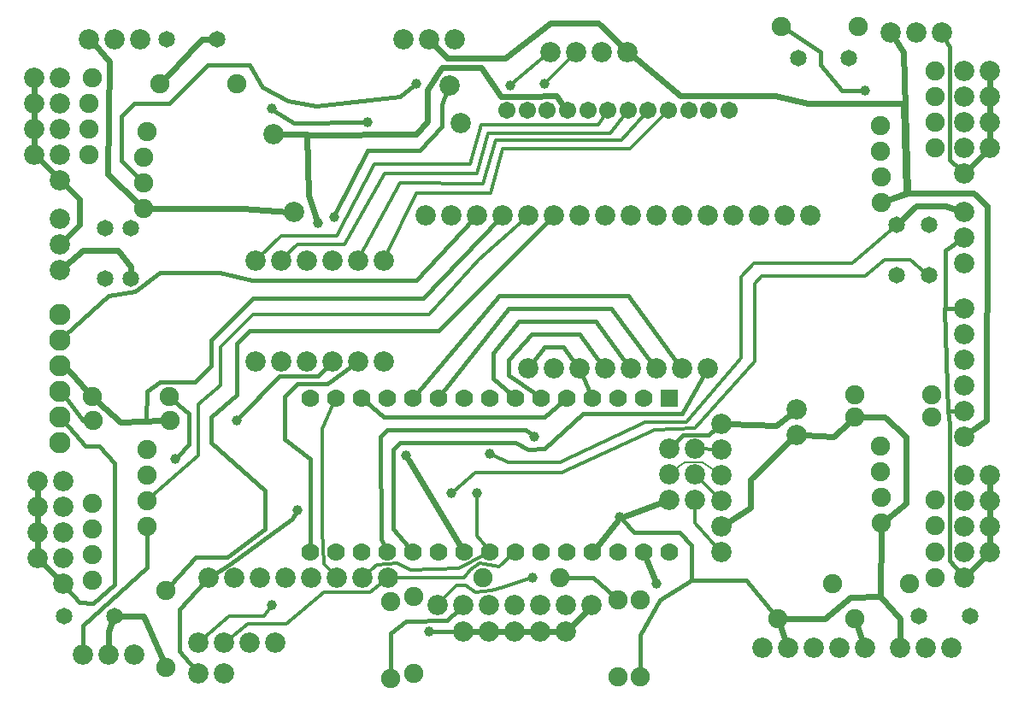
<source format=gtl>
G04 MADE WITH FRITZING*
G04 WWW.FRITZING.ORG*
G04 DOUBLE SIDED*
G04 HOLES PLATED*
G04 CONTOUR ON CENTER OF CONTOUR VECTOR*
%ASAXBY*%
%FSLAX23Y23*%
%MOIN*%
%OFA0B0*%
%SFA1.0B1.0*%
%ADD10C,0.039370*%
%ADD11C,0.079370*%
%ADD12C,0.075000*%
%ADD13C,0.065000*%
%ADD14C,0.067559*%
%ADD15C,0.070000*%
%ADD16C,0.083307*%
%ADD17R,0.070000X0.069972*%
%ADD18C,0.024000*%
%ADD19C,0.016000*%
%ADD20C,0.012000*%
%ADD21C,0.008000*%
%LNCOPPER1*%
G90*
G70*
G54D10*
X1018Y2271D03*
X1631Y232D03*
X1948Y2364D03*
X2081Y2369D03*
X1260Y1849D03*
X1198Y1825D03*
X880Y1056D03*
X643Y907D03*
X3331Y2344D03*
X1393Y2219D03*
X1581Y2369D03*
X2376Y678D03*
X1118Y707D03*
X2518Y419D03*
X1818Y771D03*
X2035Y442D03*
X1543Y919D03*
X2043Y994D03*
G54D11*
X3818Y844D03*
X3818Y744D03*
X3818Y644D03*
X3818Y544D03*
X3718Y1494D03*
X3718Y1394D03*
X3718Y1294D03*
X3718Y1194D03*
X3718Y1094D03*
X3718Y994D03*
X3718Y844D03*
X3718Y744D03*
X3718Y644D03*
X3718Y544D03*
X3718Y444D03*
G54D12*
X581Y2369D03*
X881Y2369D03*
X3306Y2594D03*
X3006Y2594D03*
X606Y94D03*
X606Y394D03*
X3506Y419D03*
X3206Y419D03*
G54D13*
X3581Y1819D03*
X3581Y1622D03*
X3581Y1819D03*
X3581Y1622D03*
X3456Y1819D03*
X3456Y1622D03*
X3456Y1819D03*
X3456Y1622D03*
X468Y1807D03*
X468Y1610D03*
X468Y1807D03*
X468Y1610D03*
X368Y1807D03*
X368Y1610D03*
X368Y1807D03*
X368Y1610D03*
G54D12*
X3293Y282D03*
X2993Y282D03*
X2456Y357D03*
X2456Y57D03*
X2368Y357D03*
X2368Y57D03*
X3606Y444D03*
X3394Y656D03*
X318Y432D03*
X530Y644D03*
X3606Y2119D03*
X3394Y1907D03*
X306Y2094D03*
X518Y1882D03*
X1843Y442D03*
X2143Y442D03*
X3606Y544D03*
X3394Y756D03*
X318Y532D03*
X530Y744D03*
X3606Y2219D03*
X3394Y2007D03*
X306Y2194D03*
X518Y1982D03*
X3293Y1157D03*
X3593Y1157D03*
X3593Y1069D03*
X3293Y1069D03*
X621Y1056D03*
X321Y1056D03*
X317Y1149D03*
X617Y1149D03*
X1483Y349D03*
X1483Y49D03*
X1570Y368D03*
X1570Y68D03*
X3393Y957D03*
X3605Y745D03*
X3393Y857D03*
X3605Y645D03*
X531Y844D03*
X319Y632D03*
X531Y944D03*
X319Y732D03*
X3393Y2107D03*
X3605Y2319D03*
X3393Y2207D03*
X3605Y2419D03*
X531Y2182D03*
X319Y2394D03*
X518Y2082D03*
X306Y2294D03*
G54D13*
X806Y2544D03*
X609Y2544D03*
X806Y2544D03*
X609Y2544D03*
X3268Y2469D03*
X3071Y2469D03*
X3268Y2469D03*
X3071Y2469D03*
X406Y294D03*
X209Y294D03*
X406Y294D03*
X209Y294D03*
X3543Y294D03*
X3740Y294D03*
X3543Y294D03*
X3740Y294D03*
G54D14*
X1935Y2265D03*
X2014Y2265D03*
X2092Y2265D03*
X2171Y2265D03*
X2250Y2265D03*
X2329Y2265D03*
X2407Y2265D03*
X2486Y2265D03*
X2565Y2265D03*
X2644Y2265D03*
X2722Y2265D03*
X2801Y2265D03*
G54D15*
X2568Y1144D03*
X2468Y1144D03*
X2368Y1144D03*
X2268Y1144D03*
X2168Y1144D03*
X2068Y1144D03*
X1968Y1144D03*
X1868Y1144D03*
X1768Y1144D03*
X1668Y1144D03*
X1568Y1144D03*
X1468Y1144D03*
X1368Y1144D03*
X1268Y1144D03*
X1168Y1144D03*
X2568Y544D03*
X2468Y544D03*
X2368Y544D03*
X2268Y544D03*
X2168Y544D03*
X2068Y544D03*
X1968Y544D03*
X1868Y544D03*
X1768Y544D03*
X1668Y544D03*
X1568Y544D03*
X1468Y544D03*
X1368Y544D03*
X1268Y544D03*
X1168Y544D03*
G54D11*
X3431Y2569D03*
X3531Y2569D03*
X3631Y2569D03*
X3718Y2419D03*
X3718Y2319D03*
X3718Y2219D03*
X3718Y2119D03*
X3718Y2019D03*
X3818Y2419D03*
X3818Y2319D03*
X3818Y2219D03*
X3818Y2119D03*
X3718Y1869D03*
X3718Y1769D03*
X3718Y1669D03*
X3468Y169D03*
X3568Y169D03*
X3668Y169D03*
X2931Y169D03*
X3031Y169D03*
X3131Y169D03*
X3231Y169D03*
X3331Y169D03*
X1766Y231D03*
X1866Y231D03*
X1966Y231D03*
X2066Y231D03*
X2166Y231D03*
X1665Y337D03*
X1765Y337D03*
X1865Y337D03*
X1965Y337D03*
X2065Y337D03*
X2165Y337D03*
X2265Y337D03*
X733Y188D03*
X833Y188D03*
X933Y188D03*
X1033Y188D03*
X733Y70D03*
X833Y70D03*
X281Y144D03*
X381Y144D03*
X481Y144D03*
X206Y819D03*
X206Y719D03*
X206Y619D03*
X206Y519D03*
X206Y419D03*
X106Y819D03*
X106Y719D03*
X106Y619D03*
X106Y519D03*
G54D16*
X193Y1469D03*
X193Y1369D03*
X193Y1269D03*
X193Y1169D03*
X193Y1069D03*
X193Y969D03*
G54D11*
X193Y1844D03*
X193Y1744D03*
X193Y1644D03*
X193Y2394D03*
X193Y2294D03*
X193Y2194D03*
X193Y2094D03*
X193Y1994D03*
X93Y2394D03*
X93Y2294D03*
X93Y2194D03*
X93Y2094D03*
X306Y2544D03*
X406Y2544D03*
X506Y2544D03*
X1531Y2544D03*
X1631Y2544D03*
X1731Y2544D03*
X2106Y2494D03*
X2206Y2494D03*
X2306Y2494D03*
X2406Y2494D03*
X3118Y1857D03*
X3018Y1857D03*
X2918Y1857D03*
X2818Y1857D03*
X2718Y1857D03*
X2618Y1857D03*
X2518Y1857D03*
X2418Y1857D03*
X2318Y1857D03*
X2218Y1857D03*
X2118Y1857D03*
X2018Y1857D03*
X1918Y1857D03*
X1818Y1857D03*
X1718Y1857D03*
X1618Y1857D03*
X2718Y1258D03*
X2618Y1258D03*
X2518Y1258D03*
X2418Y1258D03*
X2318Y1258D03*
X2218Y1258D03*
X2118Y1258D03*
X2018Y1258D03*
X3064Y1099D03*
X3064Y999D03*
X2567Y946D03*
X2567Y846D03*
X2567Y746D03*
X2567Y946D03*
X2567Y846D03*
X2567Y746D03*
X2667Y746D03*
X2667Y846D03*
X2667Y946D03*
X954Y1680D03*
X1054Y1680D03*
X1154Y1680D03*
X1254Y1680D03*
X1354Y1680D03*
X1454Y1680D03*
X954Y1285D03*
X1054Y1285D03*
X1154Y1285D03*
X1254Y1285D03*
X1354Y1285D03*
X1454Y1285D03*
X1105Y1868D03*
X1024Y2172D03*
X1756Y2215D03*
X1712Y2364D03*
X2773Y1041D03*
X2773Y941D03*
X2773Y841D03*
X2773Y741D03*
X2773Y641D03*
X2773Y541D03*
G54D10*
X1867Y926D03*
X1719Y771D03*
X1018Y337D03*
G54D11*
X772Y442D03*
X872Y442D03*
X972Y442D03*
X1072Y442D03*
X1172Y442D03*
X1272Y442D03*
X1372Y442D03*
X1472Y442D03*
G54D17*
X2568Y1144D03*
G54D18*
X2394Y684D02*
X2538Y735D01*
D02*
X3040Y1080D02*
X2984Y1037D01*
D02*
X2984Y1037D02*
X2803Y1041D01*
D02*
X3272Y1050D02*
X3208Y993D01*
D02*
X3208Y993D02*
X3095Y998D01*
D02*
X2886Y826D02*
X2886Y715D01*
D02*
X2886Y715D02*
X2798Y658D01*
D02*
X3042Y978D02*
X2886Y826D01*
G54D19*
D02*
X1741Y231D02*
X1644Y232D01*
D02*
X696Y964D02*
X652Y916D01*
D02*
X695Y1081D02*
X696Y964D01*
G54D20*
D02*
X1958Y2372D02*
X2086Y2478D01*
D02*
X2188Y2476D02*
X2090Y2379D01*
G54D19*
D02*
X635Y1134D02*
X695Y1081D01*
D02*
X768Y2444D02*
X618Y2294D01*
D02*
X480Y2294D02*
X431Y2243D01*
D02*
X618Y2294D02*
X480Y2294D01*
D02*
X930Y2444D02*
X768Y2444D01*
D02*
X980Y2357D02*
X930Y2444D01*
D02*
X1080Y2302D02*
X980Y2357D01*
D02*
X1192Y2283D02*
X1080Y2302D01*
D02*
X1029Y2264D02*
X1104Y2215D01*
D02*
X1104Y2215D02*
X1380Y2219D01*
D02*
X1517Y2318D02*
X1192Y2283D01*
D02*
X431Y2243D02*
X430Y2068D01*
D02*
X430Y2068D02*
X502Y1998D01*
D02*
X1570Y2361D02*
X1517Y2318D01*
D02*
X780Y1270D02*
X718Y1207D01*
D02*
X718Y1207D02*
X580Y1207D01*
D02*
X780Y1370D02*
X780Y1270D01*
D02*
X580Y1207D02*
X531Y1170D01*
D02*
X531Y1170D02*
X529Y1056D01*
D02*
X780Y970D02*
X993Y781D01*
D02*
X993Y781D02*
X993Y632D01*
D02*
X931Y1407D02*
X880Y1356D01*
D02*
X1669Y1407D02*
X931Y1407D01*
D02*
X780Y1070D02*
X780Y970D01*
D02*
X880Y1156D02*
X780Y1070D01*
D02*
X880Y1356D02*
X880Y1156D01*
D02*
X721Y522D02*
X621Y411D01*
D02*
X993Y632D02*
X845Y522D01*
D02*
X845Y522D02*
X721Y522D01*
G54D20*
D02*
X731Y919D02*
X548Y759D01*
D02*
X731Y1119D02*
X731Y919D01*
D02*
X818Y1194D02*
X731Y1119D01*
D02*
X818Y1344D02*
X818Y1194D01*
D02*
X944Y1470D02*
X818Y1344D01*
D02*
X1631Y1470D02*
X944Y1470D01*
G54D19*
D02*
X944Y1532D02*
X780Y1370D01*
D02*
X1607Y1532D02*
X944Y1532D01*
D02*
X943Y1602D02*
X814Y1633D01*
D02*
X814Y1633D02*
X580Y1632D01*
D02*
X1582Y1602D02*
X943Y1602D01*
D02*
X580Y1632D02*
X484Y1559D01*
D02*
X484Y1559D02*
X380Y1543D01*
D02*
X380Y1543D02*
X213Y1388D01*
D02*
X529Y1056D02*
X598Y1056D01*
D02*
X2105Y1843D02*
X1669Y1407D01*
G54D20*
D02*
X1824Y1682D02*
X1631Y1470D01*
D02*
X2000Y1840D02*
X1824Y1682D01*
G54D19*
D02*
X1905Y1843D02*
X1607Y1532D01*
D02*
X1805Y1842D02*
X1582Y1602D01*
G54D18*
D02*
X2611Y2321D02*
X2425Y2478D01*
D02*
X2982Y2321D02*
X2611Y2321D01*
G54D19*
D02*
X3157Y2444D02*
X3157Y2494D01*
D02*
X3243Y2344D02*
X3157Y2444D01*
D02*
X3317Y2344D02*
X3243Y2344D01*
D02*
X3157Y2494D02*
X3025Y2581D01*
G54D18*
D02*
X3493Y1943D02*
X3480Y2294D01*
D02*
X3480Y2294D02*
X3107Y2294D01*
D02*
X3107Y2294D02*
X2982Y2321D01*
D02*
X3393Y370D02*
X3394Y628D01*
D02*
X3276Y367D02*
X3393Y370D01*
D02*
X3176Y281D02*
X3276Y367D01*
D02*
X3393Y370D02*
X3469Y281D01*
D02*
X3469Y281D02*
X3468Y194D01*
D02*
X3421Y1917D02*
X3493Y1943D01*
D02*
X3394Y628D02*
X3393Y370D01*
D02*
X3022Y282D02*
X3176Y281D01*
G54D19*
D02*
X2259Y1166D02*
X2228Y1235D01*
D02*
X1456Y1070D02*
X2080Y1070D01*
D02*
X1386Y1129D02*
X1456Y1070D01*
D02*
X2080Y1070D02*
X2150Y1129D01*
G54D18*
D02*
X3302Y255D02*
X3323Y193D01*
D02*
X3023Y193D02*
X3002Y255D01*
G54D20*
D02*
X1117Y1743D02*
X1303Y1743D01*
D02*
X1071Y1698D02*
X1117Y1743D01*
D02*
X1303Y1743D02*
X1457Y2020D01*
D02*
X1818Y2020D02*
X1862Y2177D01*
D02*
X1862Y2177D02*
X2338Y2177D01*
D02*
X1457Y2020D02*
X1818Y2020D01*
D02*
X1518Y1981D02*
X1363Y1697D01*
D02*
X1580Y1943D02*
X1462Y1697D01*
D02*
X1870Y1943D02*
X1580Y1943D01*
D02*
X1917Y2116D02*
X1870Y1943D01*
D02*
X2414Y2116D02*
X1917Y2116D01*
D02*
X2338Y2177D02*
X2395Y2250D01*
D02*
X1842Y1980D02*
X1518Y1981D01*
D02*
X2382Y2148D02*
X1892Y2148D01*
D02*
X1891Y2148D02*
X1842Y1980D01*
D02*
X2473Y2250D02*
X2382Y2148D01*
D02*
X2551Y2251D02*
X2414Y2116D01*
G54D19*
D02*
X2343Y1494D02*
X2506Y1273D01*
D02*
X1980Y1444D02*
X2280Y1443D01*
D02*
X2280Y1443D02*
X2406Y1273D01*
D02*
X1950Y1159D02*
X1880Y1219D01*
D02*
X1880Y1319D02*
X1980Y1444D01*
D02*
X1880Y1219D02*
X1880Y1319D01*
D02*
X1943Y1494D02*
X2343Y1494D01*
G54D20*
D02*
X1055Y1775D02*
X972Y1697D01*
D02*
X1273Y1775D02*
X1055Y1775D01*
D02*
X1793Y2057D02*
X1418Y2056D01*
D02*
X1836Y2209D02*
X1793Y2057D01*
D02*
X2290Y2209D02*
X1836Y2209D01*
D02*
X1418Y2056D02*
X1273Y1775D01*
D02*
X2318Y2249D02*
X2290Y2209D01*
G54D19*
D02*
X1943Y1294D02*
X2030Y1394D01*
D02*
X1943Y1231D02*
X1943Y1294D01*
D02*
X2030Y1394D02*
X2218Y1394D01*
D02*
X2049Y1158D02*
X1943Y1231D01*
D02*
X2218Y1394D02*
X2306Y1273D01*
D02*
X2407Y1543D02*
X2606Y1273D01*
D02*
X1584Y1162D02*
X1906Y1544D01*
D02*
X1906Y1544D02*
X2407Y1543D01*
D02*
X1683Y1163D02*
X1943Y1494D01*
D02*
X2271Y442D02*
X2351Y372D01*
D02*
X1099Y672D02*
X1112Y695D01*
D02*
X851Y492D02*
X1099Y672D01*
D02*
X788Y452D02*
X851Y492D01*
D02*
X2656Y432D02*
X2530Y357D01*
D02*
X2530Y357D02*
X2456Y218D01*
D02*
X2869Y432D02*
X2656Y432D01*
D02*
X2166Y442D02*
X2271Y442D01*
G54D18*
D02*
X2511Y437D02*
X2479Y517D01*
G54D19*
D02*
X2656Y432D02*
X2530Y357D01*
D02*
X2530Y357D02*
X2456Y218D01*
D02*
X2456Y218D02*
X2456Y80D01*
D02*
X2656Y570D02*
X2656Y432D01*
D02*
X2607Y619D02*
X2656Y570D01*
D02*
X2430Y620D02*
X2607Y619D01*
D02*
X2385Y668D02*
X2430Y620D01*
G54D18*
D02*
X2364Y663D02*
X2287Y567D01*
G54D19*
D02*
X2456Y218D02*
X2456Y80D01*
D02*
X2979Y299D02*
X2869Y432D01*
G54D18*
D02*
X2106Y2607D02*
X2293Y2607D01*
D02*
X1929Y2470D02*
X2106Y2607D01*
D02*
X1701Y2470D02*
X1929Y2470D01*
D02*
X1652Y2522D02*
X1701Y2470D01*
D02*
X2293Y2607D02*
X2384Y2516D01*
G54D20*
D02*
X1749Y479D02*
X1848Y533D01*
D02*
X1508Y498D02*
X1557Y474D01*
D02*
X1386Y455D02*
X1427Y492D01*
D02*
X1557Y474D02*
X1749Y479D01*
D02*
X1427Y492D02*
X1508Y498D01*
D02*
X1817Y607D02*
X1818Y757D01*
D02*
X1854Y562D02*
X1817Y607D01*
D02*
X1769Y443D02*
X1491Y442D01*
D02*
X1829Y498D02*
X1793Y473D01*
D02*
X1793Y473D02*
X1769Y443D01*
D02*
X1904Y486D02*
X1829Y498D01*
D02*
X1951Y528D02*
X1904Y486D01*
D02*
X1811Y386D02*
X1775Y411D01*
D02*
X1874Y393D02*
X1811Y386D01*
D02*
X1923Y405D02*
X1874Y393D01*
D02*
X1738Y411D02*
X1683Y355D01*
D02*
X1775Y411D02*
X1738Y411D01*
D02*
X2022Y438D02*
X1923Y405D01*
G54D19*
D02*
X1540Y274D02*
X1700Y275D01*
D02*
X1700Y275D02*
X1747Y319D01*
D02*
X1482Y226D02*
X1540Y274D01*
D02*
X1483Y72D02*
X1482Y226D01*
G54D18*
D02*
X518Y294D02*
X431Y294D01*
D02*
X594Y120D02*
X518Y294D01*
D02*
X2244Y314D02*
X2187Y254D01*
D02*
X3498Y1943D02*
X3421Y1916D01*
D02*
X3482Y2494D02*
X3498Y1943D01*
D02*
X3806Y1057D02*
X3743Y1012D01*
D02*
X3807Y1894D02*
X3806Y1057D01*
D02*
X3756Y1944D02*
X3807Y1894D01*
D02*
X3656Y1944D02*
X3756Y1944D01*
D02*
X3493Y1943D02*
X3656Y1944D01*
D02*
X3421Y1917D02*
X3493Y1943D01*
G54D20*
D02*
X2669Y657D02*
X2668Y721D01*
D02*
X2756Y560D02*
X2669Y657D01*
D02*
X2755Y759D02*
X2685Y828D01*
G54D21*
D02*
X2698Y894D02*
X2629Y894D01*
D02*
X2629Y894D02*
X2582Y858D01*
D02*
X2752Y856D02*
X2698Y894D01*
G54D20*
D02*
X2747Y942D02*
X2692Y945D01*
G54D19*
D02*
X2723Y1000D02*
X2623Y1000D01*
D02*
X2623Y1000D02*
X2585Y963D01*
D02*
X2753Y1025D02*
X2723Y1000D01*
G54D18*
D02*
X3445Y2549D02*
X3482Y2494D01*
G54D19*
D02*
X2080Y1343D02*
X2029Y1273D01*
D02*
X2156Y1343D02*
X2080Y1343D01*
D02*
X2206Y1273D02*
X2156Y1343D01*
G54D18*
D02*
X744Y2543D02*
X781Y2544D01*
D02*
X600Y2390D02*
X744Y2543D01*
G54D20*
D02*
X1811Y852D02*
X1729Y779D01*
D02*
X2147Y852D02*
X1811Y852D01*
D02*
X2513Y1019D02*
X2147Y852D01*
D02*
X2667Y1026D02*
X2513Y1019D01*
D02*
X3331Y1619D02*
X2927Y1620D01*
D02*
X2927Y1620D02*
X2903Y1589D01*
D02*
X3407Y1681D02*
X3331Y1619D01*
D02*
X3507Y1681D02*
X3407Y1681D01*
D02*
X3566Y1634D02*
X3507Y1681D01*
D02*
X2903Y1285D02*
X2667Y1026D01*
D02*
X2903Y1589D02*
X2903Y1285D01*
G54D18*
D02*
X904Y1883D02*
X547Y1882D01*
D02*
X1080Y1870D02*
X904Y1883D01*
D02*
X3322Y1069D02*
X3407Y1070D01*
D02*
X3493Y732D02*
X3417Y674D01*
D02*
X3493Y994D02*
X3493Y732D01*
D02*
X3407Y1070D02*
X3493Y994D01*
D02*
X1753Y569D02*
X1553Y903D01*
G54D20*
D02*
X3280Y1670D02*
X3441Y1807D01*
D02*
X2140Y894D02*
X2475Y1050D01*
D02*
X1880Y920D02*
X1942Y894D01*
D02*
X1942Y894D02*
X2140Y894D01*
D02*
X2847Y1298D02*
X2847Y1615D01*
D02*
X2847Y1615D02*
X2897Y1670D01*
D02*
X2636Y1050D02*
X2847Y1298D01*
D02*
X2897Y1670D02*
X3280Y1670D01*
D02*
X2475Y1050D02*
X2636Y1050D01*
G54D19*
D02*
X1493Y632D02*
X1553Y562D01*
D02*
X1493Y944D02*
X1493Y632D01*
D02*
X1518Y969D02*
X1493Y944D01*
D02*
X1968Y969D02*
X1518Y969D01*
D02*
X2019Y943D02*
X1968Y969D01*
D02*
X2232Y1081D02*
X2081Y945D01*
D02*
X2081Y945D02*
X2019Y943D01*
D02*
X2618Y1081D02*
X2232Y1081D01*
D02*
X2708Y1241D02*
X2618Y1081D01*
D02*
X1444Y594D02*
X1458Y565D01*
D02*
X1443Y994D02*
X1444Y594D01*
D02*
X1468Y1019D02*
X1443Y994D01*
D02*
X2007Y1019D02*
X1468Y1019D01*
D02*
X2032Y1002D02*
X2007Y1019D01*
D02*
X1390Y2110D02*
X1266Y1861D01*
D02*
X1595Y2109D02*
X1390Y2110D01*
G54D18*
D02*
X379Y2016D02*
X497Y1902D01*
D02*
X327Y2521D02*
X386Y2457D01*
D02*
X386Y2457D02*
X379Y2016D01*
G54D19*
D02*
X1681Y2202D02*
X1595Y2109D01*
D02*
X1681Y2289D02*
X1681Y2202D01*
D02*
X1702Y2341D02*
X1681Y2289D01*
D02*
X323Y342D02*
X404Y416D01*
G54D18*
D02*
X211Y1977D02*
X269Y1919D01*
G54D19*
D02*
X344Y957D02*
X293Y957D01*
D02*
X404Y889D02*
X344Y957D01*
D02*
X293Y957D02*
X206Y1055D01*
D02*
X268Y345D02*
X323Y342D01*
D02*
X218Y404D02*
X268Y345D01*
D02*
X404Y416D02*
X404Y889D01*
G54D18*
D02*
X429Y1050D02*
X593Y1055D01*
D02*
X339Y1130D02*
X429Y1050D01*
G54D19*
D02*
X281Y1056D02*
X210Y1148D01*
D02*
X298Y1056D02*
X281Y1056D01*
G54D18*
D02*
X231Y1245D02*
X221Y1252D01*
D02*
X298Y1170D02*
X231Y1245D01*
G54D19*
D02*
X280Y255D02*
X281Y169D01*
D02*
X531Y481D02*
X280Y255D01*
D02*
X531Y621D02*
X531Y481D01*
G54D18*
D02*
X381Y232D02*
X381Y169D01*
D02*
X396Y271D02*
X381Y232D01*
D02*
X269Y1819D02*
X211Y1762D01*
D02*
X269Y1919D02*
X269Y1819D01*
G54D19*
D02*
X3644Y1719D02*
X3644Y1494D01*
D02*
X3644Y1494D02*
X3693Y1494D01*
D02*
X3642Y1494D02*
X3655Y1094D01*
D02*
X3693Y1494D02*
X3642Y1494D01*
D02*
X3655Y1094D02*
X3693Y1094D01*
D02*
X3656Y1094D02*
X3693Y1094D01*
D02*
X3702Y463D02*
X3660Y510D01*
D02*
X3660Y1043D02*
X3656Y1094D01*
D02*
X3660Y510D02*
X3660Y1043D01*
D02*
X1069Y981D02*
X1167Y907D01*
D02*
X1167Y907D02*
X1168Y568D01*
D02*
X1068Y1148D02*
X1069Y981D01*
D02*
X1117Y1199D02*
X1068Y1148D01*
D02*
X1198Y1229D02*
X1236Y1267D01*
D02*
X1049Y1229D02*
X1198Y1229D01*
D02*
X889Y1066D02*
X1049Y1229D01*
D02*
X3660Y2512D02*
X3660Y2072D01*
D02*
X3642Y2547D02*
X3660Y2512D01*
D02*
X3660Y2072D02*
X3700Y2036D01*
D02*
X3702Y1758D02*
X3644Y1719D01*
D02*
X1235Y1199D02*
X1117Y1199D01*
D02*
X1333Y1270D02*
X1235Y1199D01*
G54D18*
D02*
X1160Y1937D02*
X1192Y1843D01*
D02*
X1156Y2170D02*
X1160Y1937D01*
D02*
X1582Y2172D02*
X1156Y2170D01*
D02*
X1625Y2222D02*
X1582Y2172D01*
D02*
X1625Y2346D02*
X1625Y2222D01*
D02*
X1682Y2433D02*
X1625Y2346D01*
D02*
X1836Y2433D02*
X1682Y2433D01*
D02*
X1910Y2320D02*
X1836Y2433D01*
D02*
X2018Y2319D02*
X1910Y2320D01*
D02*
X2127Y2322D02*
X2018Y2319D01*
D02*
X2156Y2284D02*
X2127Y2322D01*
D02*
X1049Y2172D02*
X1154Y2172D01*
D02*
X1160Y1937D02*
X1192Y1843D01*
D02*
X1154Y2172D02*
X1160Y1937D01*
D02*
X3801Y2102D02*
X3736Y2037D01*
D02*
X3818Y2194D02*
X3818Y2144D01*
D02*
X3818Y2294D02*
X3818Y2244D01*
D02*
X3818Y2344D02*
X3818Y2394D01*
D02*
X106Y744D02*
X106Y794D01*
D02*
X1791Y231D02*
X1841Y231D01*
D02*
X1991Y231D02*
X2041Y231D01*
D02*
X1891Y231D02*
X1941Y231D01*
D02*
X2091Y231D02*
X2141Y231D01*
D02*
X3818Y775D02*
X3818Y813D01*
D02*
X3818Y675D02*
X3818Y713D01*
D02*
X3818Y575D02*
X3818Y613D01*
D02*
X3797Y522D02*
X3740Y466D01*
D02*
X111Y2077D02*
X176Y2012D01*
D02*
X93Y2169D02*
X93Y2119D01*
D02*
X93Y2219D02*
X93Y2269D01*
D02*
X93Y2319D02*
X93Y2369D01*
D02*
X123Y502D02*
X188Y437D01*
D02*
X106Y544D02*
X106Y594D01*
D02*
X106Y644D02*
X106Y694D01*
D02*
X212Y1660D02*
X281Y1720D01*
D02*
X3644Y1894D02*
X3531Y1894D01*
D02*
X3695Y1877D02*
X3644Y1894D01*
D02*
X3531Y1894D02*
X3473Y1837D01*
D02*
X468Y1656D02*
X468Y1635D01*
D02*
X419Y1720D02*
X468Y1656D01*
D02*
X281Y1720D02*
X419Y1720D01*
G54D20*
D02*
X1216Y627D02*
X1216Y1024D01*
D02*
X1255Y461D02*
X1222Y497D01*
D02*
X1222Y497D02*
X1216Y627D01*
D02*
X1216Y1024D02*
X1259Y1123D01*
G54D19*
D02*
X658Y318D02*
X759Y428D01*
D02*
X658Y157D02*
X658Y318D01*
D02*
X716Y89D02*
X658Y157D01*
G54D20*
D02*
X1403Y386D02*
X1222Y386D01*
D02*
X1452Y426D02*
X1403Y386D01*
D02*
X1222Y386D02*
X1074Y262D01*
D02*
X1074Y262D02*
X925Y262D01*
D02*
X925Y262D02*
X852Y204D01*
D02*
X988Y292D02*
X850Y293D01*
D02*
X850Y293D02*
X752Y205D01*
D02*
X1010Y325D02*
X988Y292D01*
G04 End of Copper1*
M02*
</source>
